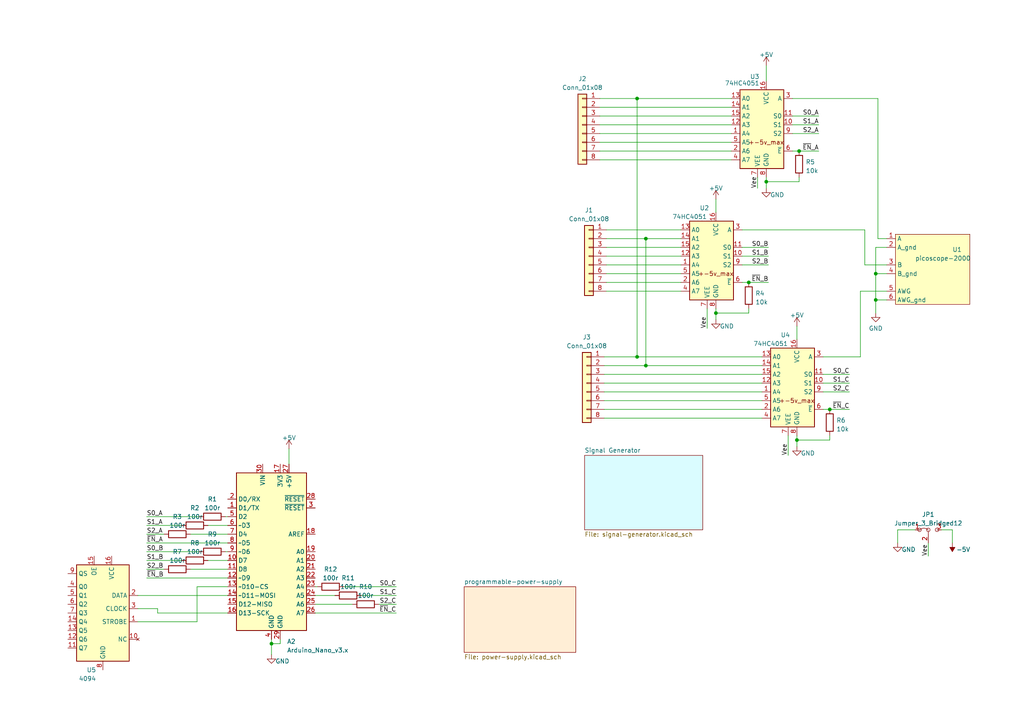
<source format=kicad_sch>
(kicad_sch (version 20230121) (generator eeschema)
  (paper "A4")
  (lib_symbols
    (symbol "000_Connectors_Immo:Jumper_3_Bridged12" (pin_names (offset 0) hide) (in_bom no)
      (property "Reference" "JP" (at -2.54 -2.54 0))
      (property "Value" "Jumper_3_Bridged12" (at 0 2.794 0))
      (symbol "Jumper_3_Bridged12_0_0"
        (circle (center -2.54 0) (radius 0.508))
        (circle (center 0 0) (radius 0.508))
        (circle (center 2.54 0) (radius 0.508))
      )
      (symbol "Jumper_3_Bridged12_0_1"
        (arc (start 0 -0.0807) (mid -1.27 0.4699) (end -2.54 -0.0807))
        (polyline (pts (xy 0 -1.27) (xy 0 -0.508)))
      )
      (symbol "Jumper_3_Bridged12_1_1"
        (pin passive line (at -3.81 0 0) (length 1.27) (name "A") (number "1"))
        (pin input line (at 0 -3.81 90) (length 2.54) (name "C") (number "2"))
        (pin passive line (at 3.81 0 180) (length 1.27) (name "B") (number "3"))
      )
    )
    (symbol "000_IC_immo:74HC4051"
      (property "Reference" "U" (at -5.08 11.43 0))
      (property "Value" "74HC4051" (at -7.62 -13.97 0))
      (symbol "74HC4051_0_1"
        (rectangle (start -5.08 10.16) (end 7.62 -12.7) (stroke (width 0.254)) (fill (type background)))
        (text "+-5v_max" (at 0 -5.08 0) (effects (font (size 1.27 1.27))))
      )
      (symbol "74HC4051_1_1"
        (pin passive line (at 10.16 -2.54 180) (length 2.54) (name "A4") (number "1"))
        (pin input line (at -7.62 0 0) (length 2.54) (name "S1") (number "10"))
        (pin input line (at -7.62 2.54 0) (length 2.54) (name "S0") (number "11"))
        (pin passive line (at 10.16 0 180) (length 2.54) (name "A3") (number "12"))
        (pin passive line (at 10.16 7.62 180) (length 2.54) (name "A0") (number "13"))
        (pin passive line (at 10.16 5.08 180) (length 2.54) (name "A1") (number "14"))
        (pin passive line (at 10.16 2.54 180) (length 2.54) (name "A2") (number "15"))
        (pin power_in line (at 0 12.7 270) (length 2.54) (name "VCC") (number "16"))
        (pin passive line (at 10.16 -7.62 180) (length 2.54) (name "A6") (number "2"))
        (pin passive line (at -7.62 7.62 0) (length 2.54) (name "A") (number "3"))
        (pin passive line (at 10.16 -10.16 180) (length 2.54) (name "A7") (number "4"))
        (pin passive line (at 10.16 -5.08 180) (length 2.54) (name "A5") (number "5"))
        (pin input line (at -7.62 -7.62 0) (length 2.54) (name "~{E}") (number "6"))
        (pin power_in line (at 2.54 -15.24 90) (length 2.54) (name "VEE") (number "7"))
        (pin power_in line (at 0 -15.24 90) (length 2.54) (name "GND") (number "8"))
        (pin input line (at -7.62 -2.54 0) (length 2.54) (name "S2") (number "9"))
      )
    )
    (symbol "000_Logic_IC_Immo:4094"
      (property "Reference" "U" (at -7.62 13.97 0))
      (property "Value" "4094" (at -7.62 -16.51 0))
      (symbol "4094_1_0"
        (pin input line (at -10.16 -3.81 0) (length 2.54) (name "STROBE") (number "1"))
        (pin no_connect line (at -10.16 -8.89 0) (length 2.54) (name "NC") (number "10"))
        (pin tri_state line (at 10.16 -11.43 180) (length 2.54) (name "Q7") (number "11"))
        (pin tri_state line (at 10.16 -8.89 180) (length 2.54) (name "Q6") (number "12"))
        (pin tri_state line (at 10.16 -6.35 180) (length 2.54) (name "Q5") (number "13"))
        (pin tri_state line (at 10.16 -3.81 180) (length 2.54) (name "Q4") (number "14"))
        (pin input line (at 2.54 15.24 270) (length 2.54) (name "OE") (number "15"))
        (pin power_in line (at -2.54 15.24 270) (length 2.54) (name "VCC") (number "16"))
        (pin input line (at -10.16 3.81 0) (length 2.54) (name "DATA") (number "2"))
        (pin input line (at -10.16 0 0) (length 2.54) (name "CLOCK") (number "3"))
        (pin tri_state line (at 10.16 6.35 180) (length 2.54) (name "Q0") (number "4"))
        (pin tri_state line (at 10.16 3.81 180) (length 2.54) (name "Q1") (number "5"))
        (pin tri_state line (at 10.16 1.27 180) (length 2.54) (name "Q2") (number "6"))
        (pin tri_state line (at 10.16 -1.27 180) (length 2.54) (name "Q3") (number "7"))
        (pin power_in line (at 0 -17.78 90) (length 2.54) (name "GND") (number "8"))
        (pin output line (at 10.16 10.16 180) (length 2.54) (name "QS") (number "9"))
      )
      (symbol "4094_1_1"
        (rectangle (start -7.62 12.7) (end 7.62 -15.24) (stroke (width 0.254)) (fill (type background)))
      )
    )
    (symbol "000_MCU_microcontrollers_Immo:Arduino_Nano_v3.x"
      (property "Reference" "A" (at -10.16 23.495 0))
      (property "Value" "Arduino_Nano_v3.x" (at 5.08 -24.13 0))
      (symbol "Arduino_Nano_v3.x_0_1"
        (rectangle (start -10.16 22.86) (end 10.16 -22.86) (stroke (width 0.254)) (fill (type background)))
      )
      (symbol "Arduino_Nano_v3.x_1_1"
        (pin bidirectional line (at -12.7 12.7 0) (length 2.54) (name "D1/TX") (number "1"))
        (pin bidirectional line (at -12.7 -2.54 0) (length 2.54) (name "D7") (number "10"))
        (pin bidirectional line (at -12.7 -5.08 0) (length 2.54) (name "D8") (number "11"))
        (pin bidirectional line (at -12.7 -7.62 0) (length 2.54) (name "~D9") (number "12"))
        (pin bidirectional line (at -12.7 -10.16 0) (length 2.54) (name "~D10-CS") (number "13"))
        (pin bidirectional line (at -12.7 -12.7 0) (length 2.54) (name "~D11-MOSI") (number "14"))
        (pin bidirectional line (at -12.7 -15.24 0) (length 2.54) (name "D12-MISO") (number "15"))
        (pin bidirectional line (at -12.7 -17.78 0) (length 2.54) (name "D13-SCK") (number "16"))
        (pin power_out line (at 2.54 25.4 270) (length 2.54) (name "3V3") (number "17"))
        (pin input line (at 12.7 5.08 180) (length 2.54) (name "AREF") (number "18"))
        (pin bidirectional line (at 12.7 0 180) (length 2.54) (name "A0") (number "19"))
        (pin bidirectional line (at -12.7 15.24 0) (length 2.54) (name "D0/RX") (number "2"))
        (pin bidirectional line (at 12.7 -2.54 180) (length 2.54) (name "A1") (number "20"))
        (pin bidirectional line (at 12.7 -5.08 180) (length 2.54) (name "A2") (number "21"))
        (pin bidirectional line (at 12.7 -7.62 180) (length 2.54) (name "A3") (number "22"))
        (pin bidirectional line (at 12.7 -10.16 180) (length 2.54) (name "A4") (number "23"))
        (pin bidirectional line (at 12.7 -12.7 180) (length 2.54) (name "A5") (number "24"))
        (pin bidirectional line (at 12.7 -15.24 180) (length 2.54) (name "A6") (number "25"))
        (pin bidirectional line (at 12.7 -17.78 180) (length 2.54) (name "A7") (number "26"))
        (pin power_out line (at 5.08 25.4 270) (length 2.54) (name "+5V") (number "27"))
        (pin input line (at 12.7 15.24 180) (length 2.54) (name "~{RESET}") (number "28"))
        (pin power_in line (at 2.54 -25.4 90) (length 2.54) (name "GND") (number "29"))
        (pin input line (at 12.7 12.7 180) (length 2.54) (name "~{RESET}") (number "3"))
        (pin power_in line (at -2.54 25.4 270) (length 2.54) (name "VIN") (number "30"))
        (pin power_in line (at 0 -25.4 90) (length 2.54) (name "GND") (number "4"))
        (pin bidirectional line (at -12.7 10.16 0) (length 2.54) (name "D2") (number "5"))
        (pin bidirectional line (at -12.7 7.62 0) (length 2.54) (name "~D3") (number "6"))
        (pin bidirectional line (at -12.7 5.08 0) (length 2.54) (name "D4") (number "7"))
        (pin bidirectional line (at -12.7 2.54 0) (length 2.54) (name "~D5") (number "8"))
        (pin bidirectional line (at -12.7 0 0) (length 2.54) (name "~D6") (number "9"))
      )
    )
    (symbol "000_Modules_Immo:picoscope-2000"
      (property "Reference" "U?" (at -0.635 10.16 0))
      (property "Value" "picoscope-2000" (at 0 7.62 0))
      (symbol "picoscope-2000_0_0"
        (rectangle (start -12.7 6.35) (end 8.89 -13.97) (fill (type background)))
      )
      (symbol "picoscope-2000_1_1"
        (pin bidirectional line (at -15.24 5.08 0) (length 2.54) (name "A") (number "1"))
        (pin bidirectional line (at -15.24 2.54 0) (length 2.54) (name "A_gnd") (number "2"))
        (pin bidirectional line (at -15.24 -2.54 0) (length 2.54) (name "B") (number "3"))
        (pin bidirectional line (at -15.24 -5.08 0) (length 2.54) (name "B_gnd") (number "4"))
        (pin bidirectional line (at -15.24 -10.16 0) (length 2.54) (name "AWG") (number "5"))
        (pin bidirectional line (at -15.24 -12.7 0) (length 2.54) (name "AWG_gnd") (number "6"))
      )
    )
    (symbol "000_Pin_Headers_Immo:Conn_01x08" (pin_names (offset 1.016) hide)
      (property "Reference" "J" (at 0 10.16 0))
      (property "Value" "Conn_01x08" (at 0 -12.7 0))
      (symbol "Conn_01x08_1_1"
        (rectangle (start -1.27 -10.033) (end 0 -10.287) (stroke (width 0.1524)))
        (rectangle (start -1.27 -7.493) (end 0 -7.747) (stroke (width 0.1524)))
        (rectangle (start -1.27 -4.953) (end 0 -5.207) (stroke (width 0.1524)))
        (rectangle (start -1.27 -2.413) (end 0 -2.667) (stroke (width 0.1524)))
        (rectangle (start -1.27 0.127) (end 0 -0.127) (stroke (width 0.1524)))
        (rectangle (start -1.27 2.667) (end 0 2.413) (stroke (width 0.1524)))
        (rectangle (start -1.27 5.207) (end 0 4.953) (stroke (width 0.1524)))
        (rectangle (start -1.27 7.747) (end 0 7.493) (stroke (width 0.1524)))
        (rectangle (start -1.27 8.89) (end 1.27 -11.43) (stroke (width 0.254)) (fill (type background)))
        (pin passive line (at -5.08 7.62 0) (length 3.81) (name "Pin_1") (number "1"))
        (pin passive line (at -5.08 5.08 0) (length 3.81) (name "Pin_2") (number "2"))
        (pin passive line (at -5.08 2.54 0) (length 3.81) (name "Pin_3") (number "3"))
        (pin passive line (at -5.08 0 0) (length 3.81) (name "Pin_4") (number "4"))
        (pin passive line (at -5.08 -2.54 0) (length 3.81) (name "Pin_5") (number "5"))
        (pin passive line (at -5.08 -5.08 0) (length 3.81) (name "Pin_6") (number "6"))
        (pin passive line (at -5.08 -7.62 0) (length 3.81) (name "Pin_7") (number "7"))
        (pin passive line (at -5.08 -10.16 0) (length 3.81) (name "Pin_8") (number "8"))
      )
    )
    (symbol "000_Resistors_Immo:100r" (pin_numbers hide) (pin_names (offset 0))
      (property "Reference" "R?" (at -2.54 3.81 0))
      (property "Value" "100r" (at -5.08 2.54 0))
      (symbol "100r_0_1"
        (rectangle (start 2.54 -1.016) (end -2.54 1.016) (stroke (width 0.254)))
      )
      (symbol "100r_1_1"
        (pin passive line (at -3.81 0 0) (length 1.27) (name "~") (number "1"))
        (pin passive line (at 3.81 0 180) (length 1.27) (name "~") (number "2"))
      )
    )
    (symbol "power:+5V" (power) (pin_names (offset 0))
      (property "Value" "+5V" (at 0 3.556 0))
      (symbol "+5V_0_1"
        (polyline (pts (xy -0.762 1.27) (xy 0 2.54)))
        (polyline (pts (xy 0 0) (xy 0 2.54)))
        (polyline (pts (xy 0 2.54) (xy 0.762 1.27)))
      )
      (symbol "+5V_1_1"
        (pin power_in line (at 0 0 90) (length 0) hide (name "+5V") (number "1"))
      )
    )
    (symbol "power:-5V" (power) (pin_names (offset 0))
      (property "Value" "-5V" (at 0 3.81 0))
      (symbol "-5V_0_0"
        (pin power_in line (at 0 0 90) (length 0) hide (name "-5V") (number "1"))
      )
      (symbol "-5V_0_1"
        (polyline (pts (xy 0 0) (xy 0 1.27) (xy 0.762 1.27) (xy 0 2.54) (xy -0.762 1.27) (xy 0 1.27)) (fill (type outline)))
      )
    )
    (symbol "power:GND" (power) (pin_names (offset 0))
      (property "Value" "GND" (at 0 -3.81 0))
      (symbol "GND_0_1"
        (polyline (pts (xy 0 0) (xy 0 -1.27) (xy 1.27 -1.27) (xy 0 -2.54) (xy -1.27 -1.27) (xy 0 -1.27)))
      )
      (symbol "GND_1_1"
        (pin power_in line (at 0 0 270) (length 0) hide (name "GND") (number "1"))
      )
    )
  )
  (junction (at 187.325 69.215))
  (junction (at 78.74 186.69))
  (junction (at 254 79.375))
  (junction (at 254 86.995))
  (junction (at 231.775 43.815))
  (junction (at 222.25 52.705))
  (junction (at 217.17 81.915))
  (junction (at 184.785 28.575))
  (junction (at 231.14 127.635))
  (junction (at 240.665 118.745))
  (junction (at 184.785 103.505))
  (junction (at 187.325 106.045))
  (junction (at 207.645 90.805))
  (wire (pts (xy 66.04 177.8) (xy 45.72 177.8)))
  (wire (pts (xy 55.245 165.1) (xy 66.04 165.1)))
  (wire (pts (xy 173.99 31.115) (xy 212.09 31.115)))
  (wire (pts (xy 260.35 153.67) (xy 265.43 153.67)))
  (wire (pts (xy 217.17 81.915) (xy 222.885 81.915)))
  (wire (pts (xy 254 79.375) (xy 257.175 79.375)))
  (wire (pts (xy 231.14 126.365) (xy 231.14 127.635)))
  (wire (pts (xy 175.895 71.755) (xy 197.485 71.755)))
  (wire (pts (xy 231.775 51.435) (xy 231.775 52.705)))
  (wire (pts (xy 173.99 28.575) (xy 184.785 28.575)))
  (wire (pts (xy 238.76 108.585) (xy 246.38 108.585)))
  (wire (pts (xy 175.26 118.745) (xy 220.98 118.745)))
  (wire (pts (xy 78.74 186.69) (xy 78.74 189.865)))
  (wire (pts (xy 217.17 89.535) (xy 217.17 90.805)))
  (wire (pts (xy 257.175 86.995) (xy 254 86.995)))
  (wire (pts (xy 114.935 177.8) (xy 91.44 177.8)))
  (wire (pts (xy 42.545 157.48) (xy 66.04 157.48)))
  (wire (pts (xy 42.545 167.64) (xy 66.04 167.64)))
  (wire (pts (xy 240.665 126.365) (xy 240.665 127.635)))
  (wire (pts (xy 215.265 74.295) (xy 222.885 74.295)))
  (wire (pts (xy 57.15 180.34) (xy 57.15 170.18)))
  (wire (pts (xy 175.26 116.205) (xy 220.98 116.205)))
  (wire (pts (xy 114.935 175.26) (xy 109.855 175.26)))
  (wire (pts (xy 81.28 185.42) (xy 81.28 186.69)))
  (wire (pts (xy 238.76 111.125) (xy 246.38 111.125)))
  (wire (pts (xy 254 71.755) (xy 254 79.375)))
  (wire (pts (xy 45.72 176.53) (xy 40.005 176.53)))
  (wire (pts (xy 238.76 113.665) (xy 246.38 113.665)))
  (wire (pts (xy 42.545 152.4) (xy 52.705 152.4)))
  (wire (pts (xy 173.99 43.815) (xy 212.09 43.815)))
  (wire (pts (xy 205.105 89.535) (xy 205.105 95.25)))
  (wire (pts (xy 240.665 118.745) (xy 246.38 118.745)))
  (wire (pts (xy 231.775 43.815) (xy 237.49 43.815)))
  (wire (pts (xy 229.87 43.815) (xy 231.775 43.815)))
  (wire (pts (xy 260.35 157.48) (xy 260.35 153.67)))
  (wire (pts (xy 55.245 154.94) (xy 66.04 154.94)))
  (wire (pts (xy 207.645 57.785) (xy 207.645 61.595)))
  (wire (pts (xy 187.325 106.045) (xy 220.98 106.045)))
  (wire (pts (xy 269.24 157.48) (xy 269.24 161.29)))
  (wire (pts (xy 250.825 76.835) (xy 257.175 76.835)))
  (wire (pts (xy 228.6 126.365) (xy 228.6 132.08)))
  (wire (pts (xy 215.265 66.675) (xy 250.825 66.675)))
  (wire (pts (xy 276.225 157.48) (xy 276.225 153.67)))
  (wire (pts (xy 97.155 172.72) (xy 91.44 172.72)))
  (wire (pts (xy 83.82 130.175) (xy 83.82 134.62)))
  (wire (pts (xy 57.15 170.18) (xy 66.04 170.18)))
  (wire (pts (xy 184.785 28.575) (xy 184.785 103.505)))
  (wire (pts (xy 173.99 33.655) (xy 212.09 33.655)))
  (wire (pts (xy 231.14 127.635) (xy 231.14 129.54)))
  (wire (pts (xy 175.26 108.585) (xy 220.98 108.585)))
  (wire (pts (xy 175.26 121.285) (xy 220.98 121.285)))
  (wire (pts (xy 254.635 28.575) (xy 254.635 69.215)))
  (wire (pts (xy 207.645 89.535) (xy 207.645 90.805)))
  (wire (pts (xy 238.76 118.745) (xy 240.665 118.745)))
  (wire (pts (xy 219.71 51.435) (xy 219.71 54.61)))
  (wire (pts (xy 42.545 149.86) (xy 57.785 149.86)))
  (wire (pts (xy 60.325 162.56) (xy 66.04 162.56)))
  (wire (pts (xy 173.99 41.275) (xy 212.09 41.275)))
  (wire (pts (xy 229.87 36.195) (xy 237.49 36.195)))
  (wire (pts (xy 175.895 76.835) (xy 197.485 76.835)))
  (wire (pts (xy 249.555 84.455) (xy 257.175 84.455)))
  (wire (pts (xy 229.87 28.575) (xy 254.635 28.575)))
  (wire (pts (xy 175.895 66.675) (xy 197.485 66.675)))
  (wire (pts (xy 238.76 103.505) (xy 249.555 103.505)))
  (wire (pts (xy 175.895 69.215) (xy 187.325 69.215)))
  (wire (pts (xy 229.87 38.735) (xy 237.49 38.735)))
  (wire (pts (xy 231.14 94.615) (xy 231.14 98.425)))
  (wire (pts (xy 175.26 113.665) (xy 220.98 113.665)))
  (wire (pts (xy 215.265 71.755) (xy 222.885 71.755)))
  (wire (pts (xy 175.895 74.295) (xy 197.485 74.295)))
  (wire (pts (xy 175.895 81.915) (xy 197.485 81.915)))
  (wire (pts (xy 175.895 79.375) (xy 197.485 79.375)))
  (wire (pts (xy 65.405 149.86) (xy 66.04 149.86)))
  (wire (pts (xy 65.405 160.02) (xy 66.04 160.02)))
  (wire (pts (xy 229.87 33.655) (xy 237.49 33.655)))
  (wire (pts (xy 42.545 165.1) (xy 47.625 165.1)))
  (wire (pts (xy 222.25 52.705) (xy 222.25 54.61)))
  (wire (pts (xy 175.26 106.045) (xy 187.325 106.045)))
  (wire (pts (xy 222.25 19.05) (xy 222.25 23.495)))
  (wire (pts (xy 175.895 84.455) (xy 197.485 84.455)))
  (wire (pts (xy 114.935 170.18) (xy 99.695 170.18)))
  (wire (pts (xy 45.72 177.8) (xy 45.72 176.53)))
  (wire (pts (xy 254 86.995) (xy 254 90.805)))
  (wire (pts (xy 40.005 172.72) (xy 66.04 172.72)))
  (wire (pts (xy 173.99 46.355) (xy 212.09 46.355)))
  (wire (pts (xy 207.645 90.805) (xy 207.645 92.71)))
  (wire (pts (xy 42.545 162.56) (xy 52.705 162.56)))
  (wire (pts (xy 254.635 69.215) (xy 257.175 69.215)))
  (wire (pts (xy 207.645 90.805) (xy 217.17 90.805)))
  (wire (pts (xy 91.44 170.18) (xy 92.075 170.18)))
  (wire (pts (xy 78.74 185.42) (xy 78.74 186.69)))
  (wire (pts (xy 250.825 66.675) (xy 250.825 76.835)))
  (wire (pts (xy 257.175 71.755) (xy 254 71.755)))
  (wire (pts (xy 222.25 52.705) (xy 231.775 52.705)))
  (wire (pts (xy 184.785 103.505) (xy 220.98 103.505)))
  (wire (pts (xy 175.26 103.505) (xy 184.785 103.505)))
  (wire (pts (xy 249.555 103.505) (xy 249.555 84.455)))
  (wire (pts (xy 187.325 69.215) (xy 197.485 69.215)))
  (wire (pts (xy 254 86.995) (xy 254 79.375)))
  (wire (pts (xy 215.265 81.915) (xy 217.17 81.915)))
  (wire (pts (xy 114.935 172.72) (xy 104.775 172.72)))
  (wire (pts (xy 175.26 111.125) (xy 220.98 111.125)))
  (wire (pts (xy 231.14 127.635) (xy 240.665 127.635)))
  (wire (pts (xy 81.28 186.69) (xy 78.74 186.69)))
  (wire (pts (xy 173.99 38.735) (xy 212.09 38.735)))
  (wire (pts (xy 60.325 152.4) (xy 66.04 152.4)))
  (wire (pts (xy 215.265 76.835) (xy 222.885 76.835)))
  (wire (pts (xy 187.325 69.215) (xy 187.325 106.045)))
  (wire (pts (xy 102.235 175.26) (xy 91.44 175.26)))
  (wire (pts (xy 173.99 36.195) (xy 212.09 36.195)))
  (wire (pts (xy 42.545 154.94) (xy 47.625 154.94)))
  (wire (pts (xy 276.225 153.67) (xy 273.05 153.67)))
  (wire (pts (xy 222.25 51.435) (xy 222.25 52.705)))
  (wire (pts (xy 40.005 180.34) (xy 57.15 180.34)))
  (wire (pts (xy 184.785 28.575) (xy 212.09 28.575)))
  (wire (pts (xy 42.545 160.02) (xy 57.785 160.02)))
  (label "S2_A" (at 42.545 154.94 0))
  (label "S2_B" (at 222.885 76.835 180))
  (label "S0_A" (at 42.545 149.86 0))
  (label "S0_B" (at 42.545 160.02 0))
  (label "S2_C" (at 114.935 175.26 180))
  (label "S1_A" (at 42.545 152.4 0))
  (label "S0_C" (at 114.935 170.18 180))
  (label "~{EN}_A" (at 237.49 43.815 180))
  (label "S0_C" (at 246.38 108.585 180))
  (label "S0_A" (at 237.49 33.655 180))
  (label "S1_B" (at 42.545 162.56 0))
  (label "S1_C" (at 246.38 111.125 180))
  (label "~{EN}_C" (at 114.935 177.8 180))
  (label "S2_C" (at 246.38 113.665 180))
  (label "S1_C" (at 114.935 172.72 180))
  (label "Vee" (at 219.71 54.61 90))
  (label "S1_A" (at 237.49 36.195 180))
  (label "Vee" (at 228.6 132.08 90))
  (label "~{EN}_B" (at 222.885 81.915 180))
  (label "S0_B" (at 222.885 71.755 180))
  (label "~{EN}_A" (at 42.545 157.48 0))
  (label "Vee" (at 269.24 161.29 90))
  (label "S2_B" (at 42.545 165.1 0))
  (label "~{EN}_B" (at 42.545 167.64 0))
  (label "S2_A" (at 237.49 38.735 180))
  (label "~{EN}_C" (at 246.38 118.745 180))
  (label "Vee" (at 205.105 95.25 90))
  (label "S1_B" (at 222.885 74.295 180))
  (symbol (lib_id "power:GND") (at 260.35 157.48 0) (unit 1)
    (property "Reference" "#PWR07" (effects hide))
    (property "Value" "GND" (at 263.525 159.385 0))
  )
  (symbol (lib_id "000_Pin_Headers_Immo:Conn_01x08") (at 170.18 111.125 0) (mirror y) (unit 1)
    (property "Reference" "J3" (at 170.18 97.79 0))
    (property "Value" "Conn_01x08" (at 170.18 100.33 0))
    (property "Footprint" "Connector_PinHeader_2.54mm:PinHeader_1x08_P2.54mm_Vertical" (effects hide))
  )
  (symbol (lib_id "000_Resistors_Immo:100r") (at 56.515 162.56 0) (unit 1)
    (property "Reference" "R8" (at 56.515 157.48 0))
    (property "Value" "100r" (at 56.515 160.02 0))
    (property "Footprint" "Resistor_SMD:R_0805_2012Metric_Pad1.20x1.40mm_HandSolder" (effects hide))
    (property "JLCpart" "C217766" (effects hide))
    (property "Cost" "0.0093" (effects hide))
  )
  (symbol (lib_id "power:+5V") (at 207.645 57.785 0) (unit 1)
    (property "Reference" "#PWR03" (effects hide))
    (property "Value" "+5V" (at 207.645 54.61 0))
  )
  (symbol (lib_id "power:GND") (at 207.645 92.71 0) (unit 1)
    (property "Reference" "#PWR08" (effects hide))
    (property "Value" "GND" (at 210.82 94.615 0))
  )
  (symbol (lib_id "000_MCU_microcontrollers_Immo:Arduino_Nano_v3.x") (at 78.74 160.02 0) (unit 1)
    (property "Reference" "A2" (at 83.2359 186.055 0) (effects (justify left)))
    (property "Value" "Arduino_Nano_v3.x" (at 83.2359 188.595 0) (effects (justify left)))
    (property "Footprint" "Module:Arduino_Nano" (effects hide))
    (property "Datasheet" "http://www.mouser.com/pdfdocs/Gravitech_Arduino_Nano3_0.pdf" (effects hide))
  )
  (symbol (lib_id "000_Resistors_Immo:100r") (at 100.965 172.72 0) (mirror y) (unit 1)
    (property "Reference" "R11" (at 100.965 167.64 0))
    (property "Value" "100r" (at 100.965 170.18 0))
    (property "Footprint" "Resistor_SMD:R_0805_2012Metric_Pad1.20x1.40mm_HandSolder" (effects hide))
    (property "JLCpart" "C217766" (effects hide))
    (property "Cost" "0.0093" (effects hide))
  )
  (symbol (lib_id "000_IC_immo:74HC4051") (at 231.14 111.125 0) (mirror y) (unit 1)
    (property "Reference" "U4" (at 229.1841 97.155 0) (effects (justify left)))
    (property "Value" "74HC4051" (at 223.52 99.695 0))
    (property "Footprint" "Package_DIP:DIP-16_W8.89mm_SMDSocket_LongPads" (effects hide))
    (property "Datasheet" "http://www.ti.com/lit/ds/symlink/cd74hc4051.pdf" (effects hide))
    (property "Cost" "0.367" (effects hide))
  )
  (symbol (lib_id "000_Logic_IC_Immo:4094") (at 29.845 176.53 0) (mirror y) (unit 1)
    (property "Reference" "U5" (at 27.8891 194.31 0) (effects (justify left)))
    (property "Value" "4094" (at 27.8891 196.85 0) (effects (justify left)))
    (property "Footprint" "Package_DIP:SMDIP-18_W9.53mm" (effects hide))
    (property "Datasheet" "https://www.ti.com/lit/ds/symlink/cd74hc4094.pdf" (effects hide))
  )
  (symbol (lib_id "000_IC_immo:74HC4051") (at 207.645 74.295 0) (mirror y) (unit 1)
    (property "Reference" "U2" (at 205.6891 60.325 0) (effects (justify left)))
    (property "Value" "74HC4051" (at 200.025 62.865 0))
    (property "Footprint" "Package_DIP:DIP-16_W8.89mm_SMDSocket_LongPads" (effects hide))
    (property "Datasheet" "http://www.ti.com/lit/ds/symlink/cd74hc4051.pdf" (effects hide))
    (property "RSpart" "103-8177" (effects hide))
    (property "Cost" "0.367" (effects hide))
  )
  (symbol (lib_id "power:+5V") (at 231.14 94.615 0) (unit 1)
    (property "Reference" "#PWR04" (effects hide))
    (property "Value" "+5V" (at 231.14 91.44 0))
  )
  (symbol (lib_id "000_Resistors_Immo:100r") (at 217.17 85.725 90) (unit 1)
    (property "Reference" "R4" (at 219.075 85.09 90) (effects (justify right)))
    (property "Value" "10k" (at 219.075 87.63 90) (effects (justify right)))
    (property "Footprint" "Resistor_SMD:R_0805_2012Metric_Pad1.20x1.40mm_HandSolder" (effects hide))
    (property "JLCpart" "C217766" (effects hide))
    (property "Cost" "0.0093" (effects hide))
  )
  (symbol (lib_id "000_Resistors_Immo:100r") (at 95.885 170.18 0) (mirror y) (unit 1)
    (property "Reference" "R12" (at 95.885 165.1 0))
    (property "Value" "100r" (at 95.885 167.64 0))
    (property "Footprint" "Resistor_SMD:R_0805_2012Metric_Pad1.20x1.40mm_HandSolder" (effects hide))
    (property "JLCpart" "C217766" (effects hide))
    (property "Cost" "0.0093" (effects hide))
  )
  (symbol (lib_id "power:GND") (at 254 90.805 0) (unit 1)
    (property "Reference" "#PWR01" (effects hide))
    (property "Value" "GND" (at 254 95.25 0))
  )
  (symbol (lib_id "000_Resistors_Immo:100r") (at 56.515 152.4 0) (unit 1)
    (property "Reference" "R2" (at 56.515 147.32 0))
    (property "Value" "100r" (at 56.515 149.86 0))
    (property "Footprint" "Resistor_SMD:R_0805_2012Metric_Pad1.20x1.40mm_HandSolder" (effects hide))
    (property "JLCpart" "C217766" (effects hide))
    (property "Cost" "0.0093" (effects hide))
  )
  (symbol (lib_id "000_Pin_Headers_Immo:Conn_01x08") (at 168.91 36.195 0) (mirror y) (unit 1)
    (property "Reference" "J2" (at 168.91 22.86 0))
    (property "Value" "Conn_01x08" (at 168.91 25.4 0))
    (property "Footprint" "Connector_PinHeader_2.54mm:PinHeader_1x08_P2.54mm_Vertical" (effects hide))
  )
  (symbol (lib_id "000_Pin_Headers_Immo:Conn_01x08") (at 170.815 74.295 0) (mirror y) (unit 1)
    (property "Reference" "J1" (at 170.815 60.96 0))
    (property "Value" "Conn_01x08" (at 170.815 63.5 0))
    (property "Footprint" "Connector_PinHeader_2.54mm:PinHeader_1x08_P2.54mm_Vertical" (effects hide))
  )
  (symbol (lib_id "power:+5V") (at 222.25 19.05 0) (unit 1)
    (property "Reference" "#PWR02" (effects hide))
    (property "Value" "+5V" (at 222.25 15.875 0))
  )
  (symbol (lib_id "000_Resistors_Immo:100r") (at 61.595 149.86 0) (unit 1)
    (property "Reference" "R1" (at 61.595 144.78 0))
    (property "Value" "100r" (at 61.595 147.32 0))
    (property "Footprint" "Resistor_SMD:R_0805_2012Metric_Pad1.20x1.40mm_HandSolder" (effects hide))
    (property "JLCpart" "C217766" (effects hide))
    (property "Cost" "0.0093" (effects hide))
  )
  (symbol (lib_id "000_IC_immo:74HC4051") (at 222.25 36.195 0) (mirror y) (unit 1)
    (property "Reference" "U3" (at 220.2941 22.225 0) (effects (justify left)))
    (property "Value" "74HC4051" (at 215.265 24.13 0))
    (property "Footprint" "Package_DIP:DIP-16_W8.89mm_SMDSocket_LongPads" (effects hide))
    (property "Datasheet" "http://www.ti.com/lit/ds/symlink/cd74hc4051.pdf" (effects hide))
    (property "RSpart" "103-8177" (effects hide))
    (property "Cost" "0.367" (effects hide))
  )
  (symbol (lib_id "000_Resistors_Immo:100r") (at 106.045 175.26 0) (mirror y) (unit 1)
    (property "Reference" "R10" (at 106.045 170.18 0))
    (property "Value" "100r" (at 106.045 172.72 0))
    (property "Footprint" "Resistor_SMD:R_0805_2012Metric_Pad1.20x1.40mm_HandSolder" (effects hide))
    (property "JLCpart" "C217766" (effects hide))
    (property "Cost" "0.0093" (effects hide))
  )
  (symbol (lib_id "power:+5V") (at 83.82 130.175 0) (unit 1)
    (property "Reference" "#PWR012" (effects hide))
    (property "Value" "+5V" (at 83.82 127 0))
  )
  (symbol (lib_id "000_Resistors_Immo:100r") (at 240.665 122.555 90) (unit 1)
    (property "Reference" "R6" (at 242.57 121.92 90) (effects (justify right)))
    (property "Value" "10k" (at 242.57 124.46 90) (effects (justify right)))
    (property "Footprint" "Resistor_SMD:R_0805_2012Metric_Pad1.20x1.40mm_HandSolder" (effects hide))
    (property "JLCpart" "C217766" (effects hide))
    (property "Cost" "0.0093" (effects hide))
  )
  (symbol (lib_id "000_Resistors_Immo:100r") (at 231.775 47.625 90) (unit 1)
    (property "Reference" "R5" (at 233.68 46.99 90) (effects (justify right)))
    (property "Value" "10k" (at 233.68 49.53 90) (effects (justify right)))
    (property "Footprint" "Resistor_SMD:R_0805_2012Metric_Pad1.20x1.40mm_HandSolder" (effects hide))
    (property "JLCpart" "C217766" (effects hide))
    (property "Cost" "0.0093" (effects hide))
  )
  (symbol (lib_id "power:GND") (at 78.74 189.865 0) (unit 1)
    (property "Reference" "#PWR013" (effects hide))
    (property "Value" "GND" (at 81.915 191.77 0))
  )
  (symbol (lib_id "000_Resistors_Immo:100r") (at 51.435 154.94 0) (unit 1)
    (property "Reference" "R3" (at 51.435 149.86 0))
    (property "Value" "100r" (at 51.435 152.4 0))
    (property "Footprint" "Resistor_SMD:R_0805_2012Metric_Pad1.20x1.40mm_HandSolder" (effects hide))
    (property "JLCpart" "C217766" (effects hide))
    (property "Cost" "0.0093" (effects hide))
  )
  (symbol (lib_id "000_Resistors_Immo:100r") (at 51.435 165.1 0) (unit 1)
    (property "Reference" "R7" (at 51.435 160.02 0))
    (property "Value" "100r" (at 51.435 162.56 0))
    (property "Footprint" "Resistor_SMD:R_0805_2012Metric_Pad1.20x1.40mm_HandSolder" (effects hide))
    (property "JLCpart" "C217766" (effects hide))
    (property "Cost" "0.0093" (effects hide))
  )
  (symbol (lib_id "000_Modules_Immo:picoscope-2000") (at 272.415 74.295 0) (unit 1)
    (property "Reference" "U1" (at 276.225 72.39 0) (effects (justify left)))
    (property "Value" "picoscope-2000" (at 265.43 74.93 0) (effects (justify left)))
  )
  (symbol (lib_id "power:-5V") (at 276.225 157.48 180) (unit 1)
    (property "Reference" "#PWR06" (effects hide))
    (property "Value" "-5V" (at 279.4 159.385 0))
  )
  (symbol (lib_id "power:GND") (at 231.14 129.54 0) (unit 1)
    (property "Reference" "#PWR09" (effects hide))
    (property "Value" "GND" (at 234.315 131.445 0))
  )
  (symbol (lib_id "power:GND") (at 222.25 54.61 0) (unit 1)
    (property "Reference" "#PWR05" (effects hide))
    (property "Value" "GND" (at 225.425 56.515 0))
  )
  (symbol (lib_id "000_Resistors_Immo:100r") (at 61.595 160.02 0) (unit 1)
    (property "Reference" "R9" (at 61.595 154.94 0))
    (property "Value" "100r" (at 61.595 157.48 0))
    (property "Footprint" "Resistor_SMD:R_0805_2012Metric_Pad1.20x1.40mm_HandSolder" (effects hide))
    (property "JLCpart" "C217766" (effects hide))
    (property "Cost" "0.0093" (effects hide))
  )
  (symbol (lib_id "000_Connectors_Immo:Jumper_3_Bridged12") (at 269.24 153.67 0) (unit 1) (in_bom no)
    (property "Reference" "JP1" (at 269.24 149.225 0))
    (property "Value" "Jumper_3_Bridged12" (at 269.24 151.765 0))
    (property "Footprint" "Jumper:SolderJumper-3_P1.3mm_Bridged12_RoundedPad1.0x1.5mm" (effects hide))
  )
  (sheet (at 134.62 170.18) (size 32.385 19.05) (stroke (width 0.1524)) (fill (color 255 174 60 0.2100))
    (property "Sheetname" "programmable-power-supply" (at 134.62 169.4684 0) (effects (justify left bottom)))
    (property "Sheetfile" "power-supply.kicad_sch" (at 134.62 189.8146 0) (effects (justify left top)))
  )
  (sheet (at 169.545 132.08) (size 34.29 21.59) (stroke (width 0.1524)) (fill (color 89 244 255 0.2200))
    (property "Sheetname" "Signal Generator" (at 169.545 131.3684 0) (effects (justify left bottom)))
    (property "Sheetfile" "signal-generator.kicad_sch" (at 169.545 154.2546 0) (effects (justify left top)))
  )
)
</source>
